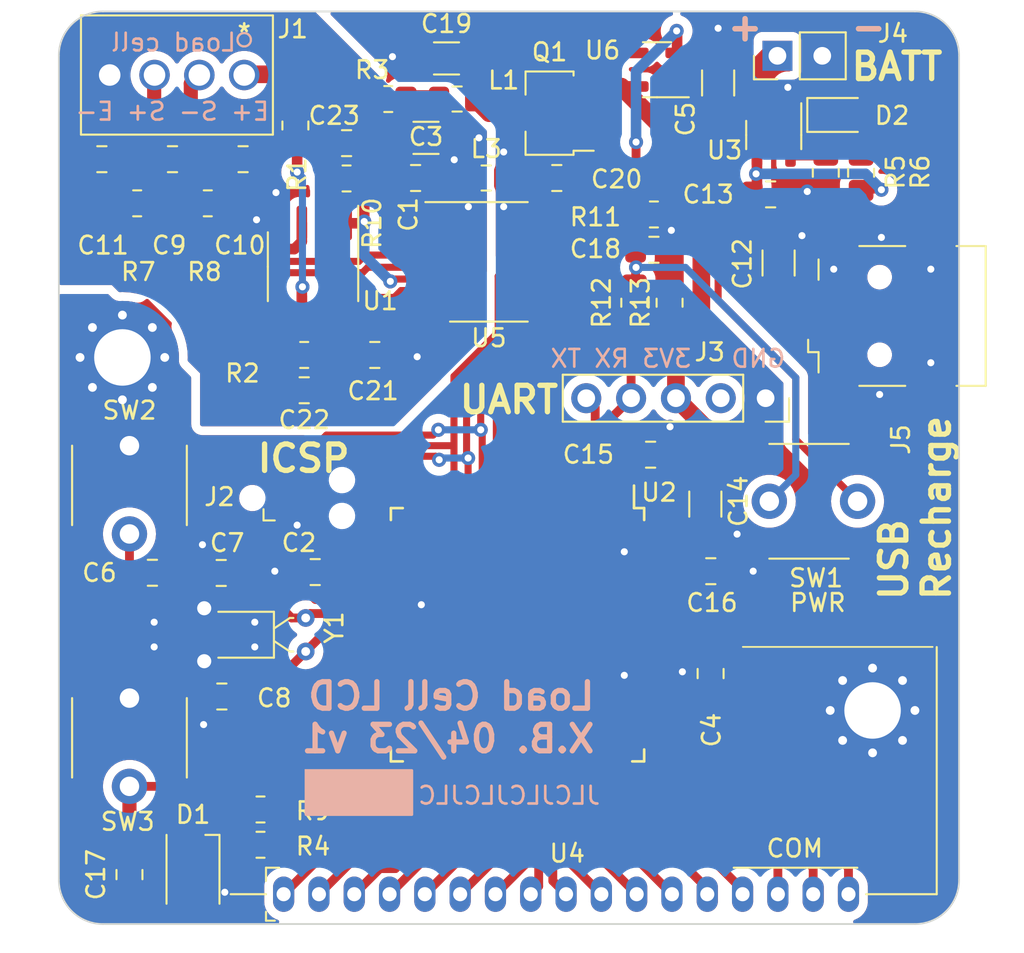
<source format=kicad_pcb>
(kicad_pcb (version 20221018) (generator pcbnew)
  (title_block (title "Load cell ctrl") (rev "v0") (company "Xavier Bourlot"))
  (layers (0 "F.Cu" signal) (31 "B.Cu" signal) (34 "B.Paste" user) (35 "F.Paste" user) (36 "B.SilkS" user "B.Silkscreen") (37 "F.SilkS" user "F.Silkscreen") (38 "B.Mask" user) (39 "F.Mask" user) (44 "Edge.Cuts" user))
  (net 0 "")
  (net 1 "+5V")
  (net 2 "+3.3V")
  (net 3 "GND")
  (net 4 "VDD")
  (net 5 "/Voutp")
  (net 6 "VDDA")
  (net 7 "GNDA")
  (net 8 "/Vfbp")
  (net 9 "/Vinn")
  (net 10 "/Vinp")
  (net 11 "/Vfbn")
  (net 12 "/Voutn")
  (net 30 "+BATT")
  (net 31 "/XT1")
  (net 32 "/XT2")
  (net 34 "/RX")
  (net 35 "/TX")
  (net 36 "/COM3")
  (net 37 "/COM2")
  (net 38 "/COM1")
  (net 39 "/COM0")
  (net 40 "Net-(D2-K)")
  (net 41 "Net-(D2-A)")
  (net 42 "Net-(L1-Pad1)")
  (net 43 "Net-(U3-PROG)")
  (net 47 "/Vinp_f")
  (net 48 "/Vinn_f")
  (net 49 "/Vlcdcap")
  (net 50 "/Aref")
  (net 51 "/SCK")
  (net 52 "/SEG12")
  (net 53 "/SEG11")
  (net 54 "/SEG10")
  (net 55 "/SEG9")
  (net 56 "/SEG8")
  (net 57 "/SEG7")
  (net 58 "/SEG6")
  (net 59 "/SEG5")
  (net 60 "/SEG4")
  (net 61 "/SEG3")
  (net 62 "/SEG2")
  (net 63 "/SEG1")
  (net 64 "/SEG0")
  (net 65 "/BTN0")
  (net 66 "/BTN1")
  (net 67 "Net-(D1-A1)")
  (net 68 "Net-(D1-A2)")
  (net 69 "/LED_1")
  (net 70 "/LED_0")
  (net 71 "/MISO")
  (net 72 "/~{RST}")
  (net 73 "/MOSI")
  (net 74 "/LC_SW")
  (net 75 "/PWR_en")
  (net 77 "/~{CSB}")
  (net 78 "/~{IRQ}")
  (net 80 "Net-(U6-~{SHDN})")
  (footprint "Capacitor_SMD:C_0805_2012Metric_Pad1.18x1.45mm_HandSolder" (layer "F.Cu") (at 102.21 35.935 180)
    (fp_text reference "C20")
    (fp_text value "100n")
  )
  (footprint "Capacitor_SMD:C_1206_3216Metric_Pad1.33x1.80mm_HandSolder" (layer "F.Cu") (at 110.625 54.41 -90)
    (fp_text reference "C14")
    (fp_text value "10u")
  )
  (footprint "MountingHole:MountingHole_3.2mm_M3_Pad_Via" (layer "F.Cu") (at 120.1 66.1)
    (fp_text reference "H2")
    (fp_text value "MountingHole_Pad")
  )
  (footprint "Resistor_SMD:R_0805_2012Metric_Pad1.20x1.40mm_HandSolder" (layer "F.Cu") (at 87.4 32.96 -90)
    (fp_text reference "R1")
    (fp_text value "330")
  )
  (footprint "Capacitor_SMD:C_0805_2012Metric_Pad1.18x1.45mm_HandSolder" (layer "F.Cu") (at 83.235 65.31 180)
    (fp_text reference "C8")
    (fp_text value "DNP")
  )
  (footprint "Inductor_SMD:L_0805_2012Metric_Pad1.15x1.40mm_HandSolder" (layer "F.Cu") (at 96.5625 31.46)
    (fp_text reference "L1")
    (fp_text value "10u")
  )
  (footprint "Capacitor_SMD:C_0805_2012Metric_Pad1.18x1.45mm_HandSolder" (layer "F.Cu") (at 88.5225 58.26 180)
    (fp_text reference "C2")
    (fp_text value "100n")
  )
  (footprint "Capacitor_SMD:C_0805_2012Metric_Pad1.18x1.45mm_HandSolder" (layer "F.Cu") (at 87.9 47.96 180)
    (fp_text reference "C22")
    (fp_text value "10n")
  )
  (footprint "Resistor_SMD:R_0805_2012Metric_Pad1.20x1.40mm_HandSolder" (layer "F.Cu") (at 117.45 35.6375 -90)
    (fp_text reference "R5")
    (fp_text value "5k1")
  )
  (footprint "Connector:Tag-Connect_TC2030-IDC-NL_2x03_P1.27mm_Vertical" (layer "F.Cu") (at 87.5 54.065)
    (fp_text reference "J2")
    (fp_text value "ICSP_TagConnect")
  )
  (footprint "Package_TO_SOT_SMD:SOT-89-3_Handsoldering" (layer "F.Cu") (at 101.8 32.26 180)
    (fp_text reference "Q1")
    (fp_text value "Q_PMOS_GDS")
  )
  (footprint "Capacitor_SMD:C_0805_2012Metric_Pad1.18x1.45mm_HandSolder" (layer "F.Cu") (at 94.21 35.935)
    (fp_text reference "C1")
    (fp_text value "100n")
  )
  (footprint "Package_TO_SOT_SMD:SOT-23-5" (layer "F.Cu") (at 114.5 33.5 -90)
    (fp_text reference "U3")
    (fp_text value "MCP73831-2-OT")
  )
  (footprint "footprints:SW_PUSH_6mm_2pins" (layer "F.Cu") (at 80.25 64.4 -90)
    (fp_text reference "SW3")
    (fp_text value "BTN1")
  )
  (footprint "Connector_PinHeader_2.54mm:PinHeader_1x02_P2.54mm_Vertical" (layer "F.Cu") (at 114.71 29.0125 90)
    (fp_text reference "J4")
    (fp_text value "BATT")
  )
  (footprint "Capacitor_SMD:C_0805_2012Metric_Pad1.18x1.45mm_HandSolder" (layer "F.Cu") (at 78 75.4 -90)
    (fp_text reference "C17")
    (fp_text value "100n")
  )
  (footprint "Capacitor_SMD:C_0805_2012Metric_Pad1.18x1.45mm_HandSolder" (layer "F.Cu") (at 114.325 36.8625)
    (fp_text reference "C13")
    (fp_text value "100n")
  )
  (footprint "footprints:SW_PUSH_6mm_2pins" (layer "F.Cu") (at 113.25 52)
    (fp_text reference "SW1")
    (fp_text value "PWR")
  )
  (footprint "Capacitor_SMD:C_0805_2012Metric_Pad1.18x1.45mm_HandSolder" (layer "F.Cu") (at 107.7125 40)
    (fp_text reference "C18")
    (fp_text value "100n")
  )
  (footprint "Capacitor_SMD:C_0805_2012Metric_Pad1.18x1.45mm_HandSolder" (layer "F.Cu") (at 110.935 58.21)
    (fp_text reference "C16")
    (fp_text value "100n")
  )
  (footprint "Capacitor_SMD:C_0805_2012Metric_Pad1.18x1.45mm_HandSolder" (layer "F.Cu") (at 107.525 51.61)
    (fp_text reference "C15")
    (fp_text value "1u")
  )
  (footprint "Resistor_SMD:R_0805_2012Metric_Pad1.20x1.40mm_HandSolder" (layer "F.Cu") (at 90.3 35.96 180)
    (fp_text reference "R10")
    (fp_text value "47k")
  )
  (footprint "Capacitor_SMD:C_0805_2012Metric_Pad1.18x1.45mm_HandSolder" (layer "F.Cu") (at 91.9 45.96)
    (fp_text reference "C21")
    (fp_text value "100n")
  )
  (footprint "Package_SO:SOIC-8_3.9x4.9mm_P1.27mm" (layer "F.Cu") (at 88.4 40.96 -90)
    (fp_text reference "U1")
    (fp_text value "MCP6V07")
  )
  (footprint "Resistor_SMD:R_0805_2012Metric_Pad1.20x1.40mm_HandSolder" (layer "F.Cu") (at 92.6625 31.46)
    (fp_text reference "R3")
    (fp_text value "10")
  )
  (footprint "Capacitor_SMD:C_0805_2012Metric_Pad1.18x1.45mm_HandSolder" (layer "F.Cu") (at 83.1975 58.31 180)
    (fp_text reference "C7")
    (fp_text value "DNP")
  )
  (footprint "Resistor_SMD:R_0805_2012Metric_Pad1.20x1.40mm_HandSolder" (layer "F.Cu") (at 87.9 45.96)
    (fp_text reference "R2")
    (fp_text value "47k")
  )
  (footprint "LED_SMD:LED_Cree-PLCC4_3.2x2.8mm_CCW" (layer "F.Cu") (at 81.6 75.1 -90)
    (fp_text reference "D1")
    (fp_text value "LED_Dual")
  )
  (footprint "Resistor_SMD:R_0805_2012Metric_Pad1.20x1.40mm_HandSolder" (layer "F.Cu") (at 78.4375 37.36875 180)
    (fp_text reference "R7")
    (fp_text value "220")
  )
  (footprint "Capacitor_SMD:C_1206_3216Metric_Pad1.33x1.80mm_HandSolder" (layer "F.Cu") (at 111.35 30.55 90)
    (fp_text reference "C5")
    (fp_text value "10u")
  )
  (footprint "Crystal:Crystal_C26-LF_D2.1mm_L6.5mm_Horizontal_1EP_style2" (layer "F.Cu") (at 87.985 60.86 -90)
    (fp_text reference "Y1")
    (fp_text value "DNP")
  )
  (footprint "footprints:GDC0570_LCD_6digits_2mmPitch" (layer "F.Cu") (at 102.735 76.51)
    (fp_text reference "U4")
    (fp_text value "GDC0570")
  )
  (footprint "Capacitor_SMD:C_1206_3216Metric_Pad1.33x1.80mm_HandSolder" (layer "F.Cu") (at 95.9625 29.16 180)
    (fp_text reference "C19")
    (fp_text value "10u")
  )
  (footprint "Resistor_SMD:R_0805_2012Metric_Pad1.20x1.40mm_HandSolder" (layer "F.Cu") (at 85.425 73.71 180)
    (fp_text reference "R4")
    (fp_text value "1k")
  )
  (footprint "Resistor_SMD:R_0805_2012Metric_Pad1.20x1.40mm_HandSolder" (layer "F.Cu") (at 107.7125 38)
    (fp_text reference "R11")
    (fp_text value "1Meg")
  )
  (footprint "Connector_PinSocket_2.54mm:PinSocket_1x05_P2.54mm_Vertical" (layer "F.Cu") (at 114.04 48.41 -90)
    (fp_text reference "J3")
    (fp_text value "UART")
  )
  (footprint "Resistor_SMD:R_0805_2012Metric_Pad1.20x1.40mm_HandSolder" (layer "F.Cu") (at 108.6 43 90)
    (fp_text reference "R13")
    (fp_text value "1Meg")
  )
  (footprint "Capacitor_SMD:C_1206_3216Metric_Pad1.33x1.80mm_HandSolder" (layer "F.Cu") (at 114.775 40.75 90)
    (fp_text reference "C12")
    (fp_text value "10u")
  )
  (footprint "LED_SMD:LED_0805_2012Metric_Pad1.15x1.40mm_HandSolder" (layer "F.Cu") (at 118.2625 32.3625)
    (fp_text reference "D2")
    (fp_text value "CHG")
  )
  (footprint "Package_SO:TSSOP-20_4.4x6.5mm_P0.65mm" (layer "F.Cu") (at 98.3625 40.685)
    (fp_text reference "U5")
    (fp_text value "MCP3462")
  )
  (footprint "Inductor_SMD:L_0805_2012Metric_Pad1.15x1.40mm_HandSolder" (layer "F.Cu") (at 98.21 35.935)
    (fp_text reference "L3")
    (fp_text value "10u")
  )
  (footprint "Capacitor_SMD:C_0805_2012Metric_Pad1.18x1.45mm_HandSolder" (layer "F.Cu") (at 110.925 64.01 90)
    (fp_text reference "C4")
    (fp_text value "100n")
  )
  (footprint "Capacitor_SMD:C_0805_2012Metric_Pad1.18x1.45mm_HandSolder" (layer "F.Cu") (at 79.3 58.3)
    (fp_text reference "C6")
    (fp_text value "100n")
  )
  (footprint "Capacitor_SMD:C_0805_2012Metric_Pad1.18x1.45mm_HandSolder" (layer "F.Cu") (at 76.4375 34.86875)
    (fp_text reference "C11")
    (fp_text value "10n")
  )
  (footprint "Resistor_SMD:R_0805_2012Metric_Pad1.20x1.40mm_HandSolder" (layer "F.Cu") (at 85.425 71.71 180)
    (fp_text reference "R9")
    (fp_text value "1k")
  )
  (footprint "Connector_USB:USB_Mini-B_Wuerth_65100516121_Horizontal" (layer "F.Cu") (at 120.5 43.75 90)
    (fp_text reference "J5")
    (fp_text value "USB_B_Micro")
  )
  (footprint "Resistor_SMD:R_0805_2012Metric_Pad1.20x1.40mm_HandSolder" (layer "F.Cu") (at 106.6 43 -90)
    (fp_text reference "R12")
    (fp_text value "47k")
  )
  (footprint "Package_QFP:TQFP-64_14x14mm_P0.8mm" (layer "F.Cu") (at 99.985 61.81 -90)
    (fp_text reference "U2")
    (fp_text value "ATmega169A-A")
  )
  (footprint "Package_TO_SOT_SMD:SOT-23-5" (layer "F.Cu") (at 107.8875 29.8 180)
    (fp_text reference "U6")
    (fp_text value "MCP1711")
  )
  (footprint "Capacitor_SMD:C_1206_3216Metric_Pad1.33x1.80mm_HandSolder" (layer "F.Cu") (at 94.8 33.66)
    (fp_text reference "C3")
    (fp_text value "10u")
  )
  (footprint "Resistor_SMD:R_0805_2012Metric_Pad1.20x1.40mm_HandSolder" (layer "F.Cu") (at 82.4375 37.36875)
    (fp_text reference "R8")
    (fp_text value "220")
  )
  (footprint "Capacitor_SMD:C_0805_2012Metric_Pad1.18x1.45mm_HandSolder" (layer "F.Cu") (at 84.4375 34.86875)
    (fp_text reference "C10")
    (fp_text value "10n")
  )
  (footprint "footprints:282834-4" (layer "F.Cu") (at 84.5 30.1 180)
    (fp_text reference "J1")
    (fp_text value "Load cell")
  )
  (footprint "MountingHole:MountingHole_3.2mm_M3_Pad_Via" (layer "F.Cu") (at 77.6 46.1)
    (fp_text reference "H1")
    (fp_text value "MountingHole_Pad")
  )
  (footprint "Capacitor_SMD:C_0805_2012Metric_Pad1.18x1.45mm_HandSolder" (layer "F.Cu") (at 80.4375 34.86875)
    (fp_text reference "C9")
    (fp_text value "100n")
  )
  (footprint "Resistor_SMD:R_0805_2012Metric_Pad1.20x1.40mm_HandSolder" (layer "F.Cu") (at 119.45 35.6375 90)
    (fp_text reference "R6")
    (fp_text value "1k")
  )
  (footprint "footprints:SW_PUSH_6mm_2pins" (layer "F.Cu") (at 80.25 50.1 -90)
    (fp_text reference "SW2")
    (fp_text value "BTN0")
  )
  (footprint "Capacitor_SMD:C_0805_2012Metric_Pad1.18x1.45mm_HandSolder" (layer "F.Cu") (at 90.3 33.96)
    (fp_text reference "C23")
    (fp_text value "10n")
  )
  (gr_rect (start 88 69.5) (end 94 72) (stroke (width 0.15)) (fill solid) (layer "B.SilkS"))
  (gr_line (start 123.5 62.5) (end 112.75 62.5) (stroke (width 0.1)) (layer "F.SilkS"))
  (gr_line (start 74 29) (end 74 75.7) (stroke (width 0.1)) (layer "Edge.Cuts"))
  (gr_line (start 76.5 26.5) (end 122.5 26.5) (stroke (width 0.1)) (layer "Edge.Cuts"))
  (gr_line (start 76.5 78.2) (end 122.5 78.2) (stroke (width 0.1)) (layer "Edge.Cuts"))
  (gr_arc (start 125 75.7) (mid 124.267767 77.467767) (end 122.5 78.2) (stroke (width 0.1)) (layer "Edge.Cuts"))
  (gr_arc (start 122.5 26.5) (mid 124.267767 27.232233) (end 125 29) (stroke (width 0.1)) (layer "Edge.Cuts"))
  (gr_arc (start 76.5 78.2) (mid 74.732233 77.467767) (end 74 75.7) (stroke (width 0.1)) (layer "Edge.Cuts"))
  (gr_line (start 125 75.7) (end 125 29) (stroke (width 0.1)) (layer "Edge.Cuts"))
  (gr_arc (start 74 29) (mid 74.732233 27.232233) (end 76.5 26.5) (stroke (width 0.1)) (layer "Edge.Cuts"))
  (gr_text "-" (at 118.75 28.25) (layer "B.SilkS") (effects (font (size 1.5 1.5) (thickness 0.3) bold) (justify left bottom)))
  (gr_text "GND   3V3 RX TX" (at 115.25 46.75) (layer "B.SilkS") (effects (font (size 1 1)) (justify left bottom mirror)))
  (gr_text "Load Cell LCD\nX.B. 04/23 v1" (at 104.5 66.5) (layer "B.SilkS") (effects (font (size 1.5 1.5) (thickness 0.3) bold) (justify left mirror)))
  (gr_text "+" (at 111.75 28.25) (layer "B.SilkS") (effects (font (size 1.5 1.5) (thickness 0.3) bold) (justify left bottom)))
  (gr_text "JLCJLCJLCJLC" (at 104.75 71.5) (layer "B.SilkS") (effects (font (size 1 1)) (justify left bottom mirror)))
  (gr_text "E+ S- S+ E-" (at 86 32.75) (layer "B.SilkS") (effects (font (size 1 1)) (justify left bottom mirror)))
  (gr_text "ICSP" (at 85.1 52.7) (layer "F.SilkS") (effects (font (size 1.5 1.5) (thickness 0.3) bold) (justify left bottom)))
  (gr_text "-" (at 118.75 28.25) (layer "F.SilkS") (effects (font (size 1.5 1.5) (thickness 0.3) bold) (justify left bottom)))
  (gr_text "COM" (at 114 74.5) (layer "F.SilkS") (effects (font (size 1 1)) (justify left bottom)))
  (gr_text "USB\nRecharge" (at 124.6 60 90) (layer "F.SilkS") (effects (font (size 1.5 1.5) (thickness 0.3) bold) (justify left bottom)))
  (gr_text "+" (at 111.75 28.25) (layer "F.SilkS") (effects (font (size 1.5 1.5) (thickness 0.3) bold) (justify left bottom)))
  (gr_text "BATT" (at 118.75 30.5) (layer "F.SilkS") (effects (font (size 1.5 1.5) (thickness 0.3) bold) (justify left bottom)))
  (segment (start 117.9 45.35) (end 115.875 45.35) (width 0.5) (layer "F.Cu") (net 1))
  (segment (start 113.5 35.7) (end 113.55 35.75) (width 0.6) (layer "F.Cu") (net 1))
  (segment (start 112.5 37.65) (end 113.2875 36.8625) (width 0.8) (layer "F.Cu") (net 1))
  (segment (start 113.55 36.6) (end 113.2875 36.8625) (width 0.6) (layer "F.Cu") (net 1))
  (segment (start 114.775 42.3125) (end 114.775 44.25) (width 0.8) (layer "F.Cu") (net 1))
  (segment (start 113.55 35.65) (end 113.5 35.7) (width 0.6) (layer "F.Cu") (net 1))
  (segment (start 113.3125 42.3125) (end 112.5 41.5) (width 0.8) (layer "F.Cu") (net 1))
  (segment (start 112.5 41.5) (end 112.5 37.65) (width 0.8) (layer "F.Cu") (net 1))
  (segment (start 114.775 42.3125) (end 113.3125 42.3125) (width 0.8) (layer "F.Cu") (net 1))
  (segment (start 113.55 35.75) (end 113.55 36.6) (width 0.6) (layer "F.Cu") (net 1))
  (segment (start 113.55 34.6375) (end 113.55 35.65) (width 0.6) (layer "F.Cu") (net 1))
  (segment (start 114.775 44.25) (end 115.875 45.35) (width 0.8) (layer "F.Cu") (net 1))
  (segment (start 119.45 36.6375) (end 120.6 36.6) (width 0.4) (layer "F.Cu") (net 1))
  (via (at 113.5 35.7) (size 0.8) (drill 0.4) (layers "F.Cu" "B.Cu") (net 1))
  (via (at 120.6 36.6) (size 0.8) (drill 0.4) (layers "F.Cu" "B.Cu") (net 1))
  (segment (start 113.5 35.7) (end 119.7 35.7) (width 0.6) (layer "B.Cu") (net 1))
  (segment (start 119.7 35.7) (end 120.6 36.6) (width 0.6) (layer "B.Cu") (net 1))
  (segment (start 95.025 59.01) (end 104.625 59.01) (width 1) (layer "F.Cu") (net 2))
  (segment (start 92.285 59.01) (end 90.31 59.01) (width 0.5) (layer "F.Cu") (net 2))
  (segment (start 110.625 50.075) (end 110.625 52.8475) (width 1) (layer "F.Cu") (net 2))
  (segment (start 107.685 65.41) (end 110.5625 65.41) (width 0.5) (layer "F.Cu") (net 2))
  (segment (start 105.035 59.11) (end 105.035 56.61) (width 0.5) (layer "F.Cu") (net 2))
  (segment (start 104.625 59.01) (end 104.625 64.76) (width 1) (layer "F.Cu") (net 2))
  (segment (start 106.75 30.75) (end 104.26 30.75) (width 0.6) (layer "F.Cu") (net 2))
  (segment (start 107.685 55.7875) (end 110.625 52.8475) (width 0.5) (layer "F.Cu") (net 2))
  (segment (start 104.625 64.76) (end 105.325 65.46) (width 1) (layer "F.Cu") (net 2))
  (segment (start 107.685 55.81) (end 107.685 55.7875) (width 0.5) (layer "F.Cu") (net 2))
  (segment (start 110.4 35.3) (end 105.86 30.76) (width 1) (layer "F.Cu") (net 2))
  (segment (start 105.835 55.81) (end 107.685 55.81) (width 0.5) (layer "F.Cu") (net 2))
  (segment (start 108.96 48.41) (end 110.625 50.075) (width 1) (layer "F.Cu") (net 2))
  (segment (start 92.285 59.01) (end 95.025 59.01) (width 0.5) (layer "F.Cu") (net 2))
  (segment (start 86.9 56.6) (end 88.5 56.6) (width 0.6) (layer "F.Cu") (net 2))
  (segment (start 88.5 56.6) (end 89.56 57.66) (width 0.6) (layer "F.Cu") (net 2))
  (segment (start 108.96 46.04) (end 108.96 48.41) (width 1) (layer "F.Cu") (net 2))
  (segment (start 107.685 65.41) (end 105.635 65.41) (width 0.5) (layer "F.Cu") (net 2))
  (segment (start 86.23 54.7) (end 86.23 55.93) (width 0.6) (layer "F.Cu") (net 2))
  (segment (start 90.31 59.01) (end 89.56 58.26) (width 0.5) (layer "F.Cu") (net 2))
  (segment (start 105.86 30.76) (end 104.25 30.76) (width 1) (layer "F.Cu") (net 2))
  (segment (start 105.035 56.61) (end 105.835 55.81) (width 0.5) (layer "F.Cu") (net 2))
  (segment (start 110.4 44.6) (end 108.96 46.04) (width 1) (layer "F.Cu") (net 2))
  (segment (start 110.5625 65.41) (end 110.925 65.0475) (width 0.5) (layer "F.Cu") (net 2))
  (segment (start 89.56 57.66) (end 89.56 58.26) (width 0.6) (layer "F.Cu") (net 2))
  (segment (start 110.4 35.3) (end 110.4 44.6) (width 1) (layer "F.Cu") (net 2))
  (segment (start 104.26 30.75) (end 104.25 30.76) (width 0.6) (layer "F.Cu") (net 2))
  (segment (start 86.23 55.93) (end 86.9 56.6) (width 0.6) (layer "F.Cu") (net 2))
  (segment (start 120.6 39.3) (end 120.65 39.35) (width 1.5) (layer "F.Cu") (net 3))
  (segment (start 120.5 48.2) (end 120.45 48.15) (width 1.5) (layer "F.Cu") (net 3))
  (segment (start 115.25 30.75) (end 115.3 30.8) (width 0.6) (layer "F.Cu") (net 3))
  (segment (start 87.5 54.7) (end 87.5 55.6) (width 0.6) (layer "F.Cu") (net 3))
  (segment (start 116.4625 36.6375) (end 116.4 36.7) (width 0.6) (layer "F.Cu") (net 3))
  (segment (start 99.85 38.41) (end 99.235 37.795) (width 0.5) (layer "F.Cu") (net 3))
  (segment (start 101.1725 35.935) (end 99.235 35.935) (width 1) (layer "F.Cu") (net 3))
  (segment (start 120.45 48.15) (end 117.9 48.15) (width 1.5) (layer "F.Cu") (net 3))
  (segment (start 92.9 29.06) (end 94.3 29.06) (width 0.8) (layer "F.Cu") (net 3))
  (segment (start 117.25 30.214581) (end 117.25 29.0125) (width 0.8) (layer "F.Cu") (net 3))
  (segment (start 110.1875 56.61) (end 110.725 56.0725) (width 0.5) (layer "F.Cu") (net 3))
  (segment (start 116.0875 39.1875) (end 116.1 39.2) (width 0.8) (layer "F.Cu") (net 3))
  (segment (start 111.35 28.9875) (end 111.35 27.45) (width 0.8) (layer "F.Cu") (net 3))
  (segment (start 114.5 32.3625) (end 114.5 31.5) (width 0.6) (layer "F.Cu") (net 3))
  (segment (start 99.235 37.525) (end 99.235 35.935) (width 0.5) (layer "F.Cu") (net 3))
  (segment (start 108.525 51.6475) (end 108.5625 51.61) (width 0.5) (layer "F.Cu") (net 3))
  (segment (start 80.9 76.35) (end 78.0875 76.35) (width 0.8) (layer "F.Cu") (net 3))
  (segment (start 117.7375 39.1875) (end 117.9 39.35) (width 0.8) (layer "F.Cu") (net 3))
  (segment (start 123.4 48.15) (end 120.55 48.15) (width 1.5) (layer "F.Cu") (net 3))
  (segment (start 82.1975 63.3475) (end 82.235 63.31) (width 0.8) (layer "F.Cu") (net 3))
  (segment (start 116.4 36.7) (end 116.3375 36.6375) (width 0.6) (layer "F.Cu") (net 3))
  (segment (start 120.55 39.35) (end 120.6 39.3) (width 1.5) (layer "F.Cu") (net 3))
  (segment (start 108.75 40) (end 108.75 38.0375) (width 0.8) (layer "F.Cu") (net 3))
  (segment (start 80.3475 58.31) (end 80.3375 58.3) (width 0.8) (layer "F.Cu") (net 3))
  (segment (start 109.025 29.8) (end 110.5375 29.8) (width 0.6) (layer "F.Cu") (net 3))
  (segment (start 108.75 40) (end 108.75 41.85) (width 0.5) (layer "F.Cu") (net 3))
  (segment (start 82.16 58.31) (end 80.3475 58.31) (width 0.8) (layer "F.Cu") (net 3))
  (segment (start 123.4 41.1) (end 123.4 46.4) (width 1.5) (layer "F.Cu") (net 3))
  (segment (start 99.235 37.795) (end 99.235 37.595) (width 0.5) (layer "F.Cu") (net 3))
  (segment (start 82.16 60.235) (end 82.235 60.31) (width 0.5) (layer "F.Cu") (net 3))
  (segment (start 92.285 59.81) (end 88.535 59.81) (width 0.5) (layer "F.Cu") (net 3))
  (segment (start 87.485 58.76) (end 87.485 58.26) (width 0.5) (layer "F.Cu") (net 3))
  (segment (start 106.135 64.21) (end 106.535 64.61) (width 0.5) (layer "F.Cu") (net 3))
  (segment (start 82.16 58.31) (end 82.135 56.71) (width 0.5) (layer "F.Cu") (net 3))
  (segment (start 88.535 59.81) (end 87.485 58.76) (width 0.5) (layer "F.Cu") (net 3))
  (segment (start 99.2 37.56) (end 99.235 37.525) (width 0.5) (layer "F.Cu") (net 3))
  (segment (start 107.685 56.61) (end 106.535 56.61) (width 0.5) (layer "F.Cu") (net 3))
  (segment (start 113.335 58.21) (end 111.9725 58.21) (width 0.5) (layer "F.Cu") (net 3))
  (segment (start 108.75 41.85) (end 108.6 42) (width 0.5) (layer "F.Cu") (net 3))
  (segment (start 82.1975 66.8975) (end 82.2 66.9) (width 0.8) (layer "F.Cu") (net 3))
  (segment (start 106.535 56.61) (end 106.135 57.01) (width 0.5) (layer "F.Cu") (net 3))
  (segment (start 116.1125 39.1875) (end 117.7375 39.1875) (width 0.8) (layer "F.Cu") (net 3))
  (segment (start 107.685 56.61) (end 110.1875 56.61) (width 0.5) (layer "F.Cu") (net 3))
  (segment (start 116.664581 30.8) (end 117.25 30.214581) (width 0.8) (layer "F.Cu") (net 3))
  (segment (start 82.3 76.35) (end 83.35 76.35) (width 0.8) (layer "F.Cu") (net 3))
  (segment (start 112.425 56.11) (end 110.7625 56.11) (width 0.5) (layer "F.Cu") (net 3))
  (segment (start 108.7125 39.9625) (end 108.75 40) (width 0.5) (layer "F.Cu") (net 3))
  (segment (start 114.8875 39.075) (end 114.775 39.1875) (width 0.6) (layer "F.Cu") (net 3))
  (segment (start 106.135 57.01) (end 106.035 57.11) (width 0.5) (layer "F.Cu") (net 3))
  (segment (start 106.035 64.11) (end 106.135 64.21) (width 0.5) (layer "F.Cu") (net 3))
  (segment (start 101.225 38.41) (end 99.85 38.41) (width 0.5) (layer "F.Cu") (net 3))
  (segment (start 82.1975 65.31) (end 82.1975 66.8975) (width 0.8) (layer "F.Cu") (net 3))
  (segment (start 115.5875 36.6375) (end 115.3625 36.8625) (width 0.6) (layer "F.Cu") (net 3))
  (segment (start 83.35 76.35) (end 83.4 76.4) (width 0.8) (layer "F.Cu") (net 3))
  (segment (start 123.4 46.4) (end 123.4 48.15) (width 1.5) (layer "F.Cu") (net 3))
  (segment (start 78.0875 76.35) (end 78 76.4375) (width 0.8) (layer "F.Cu") (net 3))
  (segment (start 108.725 64.61) (end 109.325 64.01) (width 0.5) (layer "F.Cu") (net 3))
  (segment (start 107.685 64.61) (end 108.725 64.61) (width 0.5) (layer "F.Cu") (net 3))
  (segment (start 108.625 50.02875) (end 108.625 51.59125) (width 0.5) (layer "F.Cu") (net 3))
  (segment (start 94.3 29.06) (end 94.4 29.16) (width 0.8) (layer "F.Cu") (net 3))
  (segment (start 92.285 59.81) (end 94.235 59.81) (width 0.5) (layer "F.Cu") (net 3))
  (segment (start 110.5375 29.8) (end 111.35 28.9875) (width 0.6) (layer "F.Cu") (net 3))
  (segment (start 86.235 58.21) (end 86.185 58.26) (width 0.5) (layer "F.Cu") (net 3))
  (segment (start 117.9 42.15) (end 117.9 41.1) (width 0.5) (layer "F.Cu") (net 3))
  (segment (start 87.485 58.26) (end 86.235 58.21) (width 0.5) (layer "F.Cu") (net 3))
  (segment (start 82.135 56.71) (end 82.16 56.735) (width 0.5) (layer "F.Cu") (net 3))
  (segment (start 114.5 31.5) (end 115.25 30.75) (width 0.6) (layer "F.Cu") (net 3))
  (segment (start 116.3375 36.6375) (end 115.5875 36.6375) (width 0.6) (layer "F.Cu") (net 3))
  (segment (start 116.1 39.2) (end 116.1125 39.1875) (width 0.8) (layer "F.Cu") (net 3))
  (segment (start 99.2 34.46) (end 99.235 34.495) (width 0.8) (layer "F.Cu") (net 3))
  (segment (start 94.235 59.81) (end 94.535 60.11) (width 0.5) (layer "F.Cu") (net 3))
  (segment (start 123.4 39.35) (end 123.4 41.1) (width 1.5) (layer "F.Cu") (net 3))
  (segment (start 80.8125 76.4375) (end 80.9 76.35) (width 0.8) (layer "F.Cu") (net 3))
  (segment (start 106.035 57.11) (end 106.035 64.11) (width 0.5) (layer "F.Cu") (net 3))
  (segment (start 108.7 38.9) (end 108.7125 38.9125) (width 0.5) (layer "F.Cu") (net 3))
  (segment (start 117.9 41.1) (end 117.9 39.35) (width 0.5) (layer "F.Cu") (net 3))
  (segment (start 82.16 58.31) (end 82.16 60.235) (width 0.5) (layer "F.Cu") (net 3))
  (segment (start 99.235 35.935) (end 99.2 34.46) (width 0.8) (layer "F.Cu") (net 3))
  (segment (start 106.535 64.61) (end 107.685 64.61) (width 0.5) (layer "F.Cu") (net 3))
  (segment (start 117.9 39.35) (end 120.55 39.35) (width 1.5) (layer "F.Cu") (net 3))
  (segment (start 108.7125 38.8875) (end 108.7 38.9) (width 0.5) (layer "F.Cu") (net 3))
  (segment (start 117.25 30) (end 117.25 29.0125) (width 0.6) (layer "F.Cu") (net 3))
  (segment (start 110.2625 62.9725) (end 109.325 63.91) (width 0.5) (layer "F.Cu") (net 3))
  (segment (start 82.1975 65.31) (end 82.1975 63.3475) (width 0.8) (layer "F.Cu") (net 3))
  (segment (start 114.775 39.1875) (end 116.0875 39.1875) (width 0.8) (layer "F.Cu") (net 3))
  (segment (start 99.235 37.595) (end 99.2 37.56) (width 0.5) (layer "F.Cu") (net 3))
  (segment (start 80.9 76.35) (end 82.25 76.35) (width 0.8) (layer "F.Cu") (net 3))
  (segment (start 110.7625 56.11) (end 110.725 56.0725) (width 0.5) (layer "F.Cu") (net 3))
  (segment (start 108.75 38.0375) (end 108.7125 38) (width 0.8) (layer "F.Cu") (net 3))
  (segment (start 120.65 39.35) (end 123.4 39.35) (width 1.5) (layer "F.Cu") (net 3))
  (segment (start 117.45 36.6375) (end 116.4625 36.6375) (width 0.6) (layer "F.Cu") (net 3))
  (segment (start 120.55 48.15) (end 120.5 48.2) (width 1.5) (layer "F.Cu") (net 3))
  (segment (start 115.3 30.8) (end 116.664581 30.8) (width 0.8) (layer "F.Cu") (net 3))
  (segment (start 110.925 62.9725) (end 110.2625 62.9725) (width 0.5) (layer "F.Cu") (net 3))
  (via (at 106.035 57.11) (size 0.8) (drill 0.4) (layers "F.Cu" "B.Cu") (net 3))
  (via (at 99.2 34.46) (size 0.8) (drill 0.4) (layers "F.Cu" "B.Cu") (net 3))
  (via (at 116.1 39.2) (size 0.8) (drill 0.4) (layers "F.Cu" "B.Cu") (net 3))
  (via (at 112.425 56.11) (size 0.8) (drill 0.4) (layers "F.Cu" "B.Cu") (net 3))
  (via (at 106.035 64.11) (size 0.8) (drill 0.4) (layers "F.Cu" "B.Cu") (net 3))
  (via (at 79.4 62.5) (size 0.8) (drill 0.4) (layers "F.Cu" "B.Cu") (net 3))
  (via (at 99.2 37.56) (size 0.8) (drill 0.4) (layers "F.Cu" "B.Cu") (net 3))
  (via (at 108.625 50.02875) (size 0.8) (drill 0.4) (layers "F.Cu" "B.Cu") (net 3))
  (via (at 120.5 48.2) (size 0.8) (drill 0.4) (layers "F.Cu" "B.Cu") (net 3))
  (via (at 79.4 61.1) (size 0.8) (drill 0.4) (layers "F.Cu" "B.Cu") (net 3))
  (via (at 94.535 60.11) (size 0.8) (drill 0.4) (layers "F.Cu" "B.Cu") (net 3))
  (via (at 86.235 58.21) (size 0.8) (drill 0.4) (layers "F.Cu" "B.Cu") (net 3))
  (via (at 123.4 41.1) (size 0.8) (drill 0.4) (layers "F.Cu" "B.Cu") (net 3))
  (via (at 83.4 76.4) (size 0.8) (drill 0.4) (layers "F.Cu" "B.Cu") (net 3))
  (via (at 117.9 41.1) (size 0.8) (drill 0.4) (layers "F.Cu" "B.Cu") (net 3))
  (via (at 87.5 55.6) (size 0.8) (drill 0.4) (layers "F.Cu" "B.Cu") (net 3))
  (via (at 85.1 62.5) (size 0.8) (drill 0.4) (layers "F.Cu" "B.Cu") (net 3))
  (via (at 111.35 27.45) (size 0.8) (drill 0.4) (layers "F.Cu" "B.Cu") (net 3))
  (via (at 123.4 46.4) (size 0.8) (drill 0.4) (layers "F.Cu" "B.Cu") (net 3))
  (via (at 116.4 36.7) (size 0.8) (drill 0.4) (layers "F.Cu" "B.Cu") (net 3))
  (via (at 115.3 30.8) (size 0.8) (drill 0.4) (layers "F.Cu" "B.Cu") (net 3))
  (via (at 109.325 63.91) (size 0.8) (drill 0.4) (layers "F.Cu" "B.Cu") (net 3))
  (via (at 108.7 38.9) (size 0.8) (drill 0.4) (layers "F.Cu" "B.Cu") (net 3))
  (via (at 85.1 61.1) (size 0.8) (drill 0.4) (layers "F.Cu" "B.Cu") (net 3))
  (via (at 82.2 66.9) (size 0.8) (drill 0.4) (layers "F.Cu" "B.Cu") (net 3))
  (via (at 120.6 39.3) (size 0.8) (drill 0.4) (layers "F.Cu" "B.Cu") (net 3))
  (via (at 113.335 58.21) (size 0.8) (drill 0.4) (layers "F.Cu" "B.Cu") (net 3))
  (via (at 82.135 56.71) (size 0.8) (drill 0.4) (layers "F.Cu" "B.Cu") (net 3))
  (via (at 92.9 29.06) (size 0.8) (drill 0.4) (layers "F.Cu" "B.Cu") (net 3))
  (segment (start 101.8 34.406497) (end 101.8 33.06) (width 1) (layer "F.Cu") (net 4))
  (segment (start 97.5875 29.2225) (end 97.525 29.16) (width 1) (layer "F.Cu") (net 4))
  (segment (start 102.4 37.76) (end 103.2475 36.9125) (width 0.4) (layer "F.Cu") (net 4))
  (segment (start 97.5875 31.46) (end 97.5875 29.2225) (width 1) (layer "F.Cu") (net 4))
  (segment (start 97.5875 31.46) (end 98.3875 32.26) (width 1) (layer "F.Cu") (net 4))
  (segment (start 103.2475 35.935) (end 103.2475 35.853997) (width 1) (layer "F.Cu") (net 4))
  (segment (start 98.3875 32.26) (end 98.7 32.26) (width 1) (layer "F.Cu") (net 4))
  (segment (start 101.225 37.76) (end 102.4 37.76) (width 0.4) (layer "F.Cu") (net 4))
  (segment (start 103.2475 36.9125) (end 103.2475 35.935) (width 0.4) (layer "F.Cu") (net 4))
  (segment (start 103.2475 35.853997) (end 101.8 34.406497) (width 1) (layer "F.Cu") (net 4))
  (segment (start 89.035 43.435) (end 89.035 45.825) (width 0.6) (layer "F.Cu") (net 5))
  (segment (start 93.000707 42.7) (end 91.592178 42.7) (width 0.4) (layer "F.Cu") (net 5))
  (segment (start 88.9 45.96) (end 88.9 47.9225) (width 0.6) (layer "F.Cu") (net 5))
  (segment (start 88.9 47.9225) (end 88.9375 47.96) (width 0.6) (layer "F.Cu") (net 5))
  (segment (start 89.5005 41.9595) (end 90.851678 41.9595) (width 0.4) (layer "F.Cu") (net 5))
  (segment (start 91.592178 42.7) (end 90.851678 41.9595) (width 0.4) (layer "F.Cu") (net 5))
  (segment (start 89.035 45.825) (end 88.9 45.96) (width 0.6) (layer "F.Cu") (net 5))
  (segment (start 95.5 42.31) (end 93.390707 42.31) (width 0.4) (layer "F.Cu") (net 5))
  (segment (start 89.035 42.425) (end 89.5005 41.9595) (width 0.4) (layer "F.Cu") (net 5))
  (segment (start 89.035 43.435) (end 89.035 42.425) (width 0.4) (layer "F.Cu") (net 5))
  (segment (start 93.390707 42.31) (end 93.000707 42.7) (width 0.4) (layer "F.Cu") (net 5))
  (segment (start 95.5 39.71) (end 96.9 39.71) (width 0.4) (layer "F.Cu") (net 6))
  (segment (start 89.6375 30.06) (end 84.54 30.06) (width 1) (layer "F.Cu") (net 6))
  (segment (start 93.65 39.71) (end 93.1725 39.2325) (width 0.4) (layer "F.Cu") (net 6))
  (segment (start 91.5 44.16) (end 93.8 44.16) (width 0.8) (layer "F.Cu") (net 6))
  (segment (start 90.305 43.435) (end 90.305 45.4025) (width 0.6) (layer "F.Cu") (net 6))
  (segment (start 93.2375 35.87) (end 93.1725 35.935) (width 1) (layer "F.Cu") (net 6))
  (segment (start 94.3 44.66) (end 96.5 44.66) (width 0.8) (layer "F.Cu") (net 6))
  (segment (start 93.1725 39.2325) (end 93.1725 37.76) (width 0.4) (layer "F.Cu") (net 6))
  (segment (start 90.8625 44.7975) (end 91.5 44.16) (width 0.8) (layer "F.Cu") (net 6))
  (segment (start 93.1725 37.76) (end 93.1725 35.935) (width 0.4) (layer "F.Cu") (net 6))
  (segment (start 93.2375 33.66) (end 89.6375 30.06) (width 1) (layer "F.Cu") (net 6))
  (segment (start 93.8 44.16) (end 94.3 44.66) (width 0.8) (layer "F.Cu") (net 6))
  (segment (start 90.305 45.4025) (end 90.8625 45.96) (width 0.6) (layer "F.Cu") (net 6))
  (segment (start 93.2375 33.66) (end 93.2375 35.87) (width 1) (layer "F.Cu") (net 6))
  (segment (start 84.54 30.06) (end 84.5 30.1) (width 1) (layer "F.Cu") (net 6))
  (segment (start 96.5 44.66) (end 97 44.16) (width 0.8) (layer "F.Cu") (net 6))
  (segment (start 95.5 39.71) (end 93.65 39.71) (width 0.4) (layer "F.Cu") (net 6))
  (segment (start 97 44.16) (end 97 39.96) (width 0.8) (layer "F.Cu") (net 6))
  (segment (start 90.8625 45.96) (end 90.8625 44.7975) (width 0.8) (layer "F.Cu") (net 6))
  (segment (start 95.5 37.76) (end 93.1725 37.76) (width 0.4) (layer "F.Cu") (net 6))
  (segment (start 93.1725 35.935) (end 93.1725 39.2325) (width 0.8) (layer "F.Cu") (net 6))
  (segment (start 95.2475 35.935) (end 96.3 35.935) (width 1) (layer "F.Cu") (net 7))
  (segment (start 97.8 33.66) (end 96.3625 33.66) (width 0.8) (layer "F.Cu") (net 7))
  (segment (start 86.495 36.955) (end 86.3 36.76) (width 0.6) (layer "F.Cu") (net 7))
  (segment (start 96.3625 35.8725) (end 96.3 35.935) (width 1) (layer "F.Cu") (net 7))
  (segment (start 86.495 38.485) (end 85.385 38.485) (width 0.6) (layer "F.Cu") (net 7))
  (segment (start 85.475 34.86875) (end 85.475 35.935) (width 0.8) (layer "F.Cu") (net 7))
  (segment (start 93.0375 46.06) (end 92.9375 45.96) (width 0.8) (layer "F.Cu") (net 7))
  (segment (start 97.2 37.56) (end 97.185 37.575) (width 1) (layer "F.Cu") (net 7))
  (segment (start 96.3625 33.66) (end 96.3625 34.8625) (width 1) (layer "F.Cu") (net 7))
  (segment (start 96.6 38.76) (end 95.2 38.76) (width 1) (layer "F.Cu") (net 7))
  (segment (start 96.3625 34.9375) (end 96.3625 35.8725) (width 1) (layer "F.Cu") (net 7))
  (segment (start 97.185 38.175) (end 96.6 38.76) (width 1) (layer "F.Cu") (net 7))
  (segment (start 75.4 31.58) (end 76.88 30.1) (width 0.8) (layer "F.Cu") (net 7))
  (segment (start 86.495 38.485) (end 86.495 36.955) (width 0.6) (layer "F.Cu") (net 7))
  (segment (start 94.3 46.06) (end 93.0375 46.06) (width 0.8) (layer "F.Cu") (net 7))
  (segment (start 85.385 38.485) (end 85.2 38.3) (width 0.6) (layer "F.Cu") (net 7))
  (segment (start 96.3 35.935) (end 97.185 35.935) (width 1) (layer "F.Cu") (net 7))
  (segment (start 75.4 34.86875) (end 75.4 31.58) (width 0.8) (layer "F.Cu") (net 7))
  (segment (start 97.185 35.935) (end 97.185 37.545) (width 1) (layer "F.Cu") (net 7))
  (segment (start 85.475 35.935) (end 86.3 36.76) (width 0.8) (layer "F.Cu") (net 7))
  (segment (start 97.185 37.545) (end 97.2 37.56) (width 1) (layer "F.Cu") (net 7))
  (segment (start 96.4 34.9) (end 96.3625 34.9375) (width 1) (layer "F.Cu") (net 7))
  (segment (start 97.185 37.575) (end 97.185 38.175) (width 1) (layer "F.Cu") (net 7))
  (segment (start 96.3625 34.8625) (end 96.4 34.9) (width 1) (layer "F.Cu") (net 7))
  (via (at 97.2 37.56) (size 0.8) (drill 0.4) (layers "F.Cu" "B.Cu") (net 7))
  (via (at 97.8 33.66) (size 0.8) (drill 0.4) (layers "F.Cu" "B.Cu") (net 7))
  (via (at 94.3 46.06) (size 0.8) (drill 0.4) (layers "F.Cu" "B.Cu") (net 7))
  (via (at 86.3 36.76) (size 0.8) (drill 0.4) (layers "F.Cu" "B.Cu") (net 7))
  (via (at 85.2 38.3) (size 0.8) (drill 0.4) (layers "F.Cu" "B.Cu") (net 7))
  (via (at 96.4 34.9) (size 0.8) (drill 0.4) (layers "F.Cu" "B.Cu") (net 7))
  (segment (start 87.765 44.395) (end 86.9 45.26) (width 0.6) (layer "F.Cu") (net 8))
  (segment (start 87.5 34.06) (end 87.4 33.96) (width 0.6) (layer "F.Cu") (net 8))
  (segment (start 86.8625 47.96) (end 86.8625 45.9975) (width 0.6) (layer "F.Cu") (net 8))
  (segment (start 87.8 42.1) (end 87.765 42.165) (width 0.4) (layer "F.Cu") (net 8))
  (segment (start 87.765 43.435) (end 87.765 44.395) (width 0.6) (layer "F.Cu") (net 8))
  (segment (start 87.5 35.6) (end 87.5 34.06) (width 0.6) (layer "F.Cu") (net 8))
  (segment (start 86.8625 45.9975) (end 86.9 45.96) (width 0.6) (layer "F.Cu") (net 8))
  (segment (start 87.765 42.135) (end 87.8 42.1) (width 0.6) (layer "F.Cu") (net 8))
  (segment (start 87.765 43.435) (end 87.765 42.135) (width 0.6) (layer "F.Cu") (net 8))
  (segment (start 86.9 45.26) (end 86.9 45.96) (width 0.6) (layer "F.Cu") (net 8))
  (via (at 87.5 35.6) (size 0.8) (drill 0.4) (layers "F.Cu" "B.Cu") (net 8))
  (via (at 87.8 42.1) (size 0.8) (drill 0.4) (layers "F.Cu" "B.Cu") (net 8))
  (segment (start 87.8 35.9) (end 87.5 35.6) (width 0.4) (layer "B.Cu") (net 8))
  (segment (start 87.8 42.1) (end 87.8 35.9) (width 0.4) (layer "B.Cu") (net 8))
  (segment (start 82.859501 40.659501) (end 81.4375 39.2375) (width 0.4) (layer "F.Cu") (net 9))
  (segment (start 95.5 40.36) (end 93.307822 40.36) (width 0.4) (layer "F.Cu") (net 9))
  (segment (start 93.307822 40.36) (end 93.248322 40.3005) (width 0.4) (layer "F.Cu") (net 9))
  (segment (start 81.475 34.86875) (end 81.475 30.585) (width 0.8) (layer "F.Cu") (net 9))
  (segment (start 81.4375 39.2375) (end 81.4375 37.36875) (width 0.4) (layer "F.Cu") (net 9))
  (segment (start 81.475 30.585) (end 81.96 30.1) (width 0.8) (layer "F.Cu") (net 9))
  (segment (start 93.248322 40.3005) (end 91.351678 40.3005) (width 0.4) (layer "F.Cu") (net 9))
  (segment (start 83.4 34.86875) (end 81.475 34.86875) (width 0.8) (layer "F.Cu") (net 9))
  (segment (start 81.4375 34.90625) (end 81.475 34.86875) (width 0.8) (layer "F.Cu") (net 9))
  (segment (start 90.992677 40.659501) (end 82.859501 40.659501) (width 0.4) (layer "F.Cu") (net 9))
  (segment (start 91.351678 40.3005) (end 90.992677 40.659501) (width 0.4) (layer "F.Cu") (net 9))
  (segment (start 81.4375 37.36875) (end 81.4375 34.90625) (width 0.8) (layer "F.Cu") (net 9))
  (segment (start 91.508089 40.991911) (end 91.2 41.3) (width 0.4) (layer "F.Cu") (net 10))
  (segment (start 81.1 41.3) (end 79.4375 39.6375) (width 0.4) (layer "F.Cu") (net 10))
  (segment (start 79.4375 39.6375) (end 79.4375 37.36875) (width 0.4) (layer "F.Cu") (net 10))
  (segment (start 77.475 34.86875) (end 79.4 34.86875) (width 0.8) (layer "F.Cu") (net 10))
  (segment (start 79.4 37.33125) (end 79.4375 37.36875) (width 0.8) (layer "F.Cu") (net 10))
  (segment (start 91.2 41.3) (end 81.1 41.3) (width 0.4) (layer "F.Cu") (net 10))
  (segment (start 79.4 30.12) (end 79.42 30.1) (width 0.8) (layer "F.Cu") (net 10))
  (segment (start 79.4 34.86875) (end 79.4 30.12) (width 0.8) (layer "F.Cu") (net 10))
  (segment (start 77.6575 34.68625) (end 77.475 34.86875) (width 1) (layer "F.Cu") (net 10))
  (segment (start 95.481911 40.991911) (end 91.508089 40.991911) (width 0.4) (layer "F.Cu") (net 10))
  (segment (start 95.5 41.01) (end 95.481911 40.991911) (width 0.4) (layer "F.Cu") (net 10))
  (segment (start 79.4 34.86875) (end 79.4 37.33125) (width 0.8) (layer "F.Cu") (net 10))
  (segment (start 89.035 36.225) (end 89.3 35.96) (width 0.6) (layer "F.Cu") (net 11))
  (segment (start 89.2625 33.96) (end 89.2625 35.9225) (width 0.6) (layer "F.Cu") (net 11))
  (segment (start 89.2625 33.0225) (end 89.2625 33.96) (width 0.6) (layer "F.Cu") (net 11))
  (segment (start 88.2 31.96) (end 89.2625 33.0225) (width 0.6) (layer "F.Cu") (net 11))
  (segment (start 87.4 31.96) (end 88.2 31.96) (width 0.6) (layer "F.Cu") (net 11))
  (segment (start 89.035 38.485) (end 89.035 36.225) (width 0.6) (layer "F.Cu") (net 11))
  (segment (start 89.2625 35.9225) (end 89.3 35.96) (width 0.6) (layer "F.Cu") (net 11))
  (segment (start 93.09 41.66) (end 92.75 42) (width 0.4) (layer "F.Cu") (net 12))
  (segment (start 91.3 35.96) (end 91.3 38.4) (width 0.6) (layer "F.Cu") (net 12))
  (segment (start 91.3375 33.96) (end 91.3375 35.9225) (width 0.6) (layer "F.Cu") (net 12))
  (segment (start 91.3375 35.9225) (end 91.3 35.96) (width 0.6) (layer "F.Cu") (net 12))
  (segment (start 91.3 38.5) (end 90.32 38.5) (width 0.6) (layer "F.Cu") (net 12))
  (segment (start 90.32 38.5) (end 90.305 38.485) (width 0.6) (layer "F.Cu") (net 12))
  (segment (start 91.3 38.4) (end 91.3 38.5) (width 0.6) (layer "F.Cu") (net 12))
  (segment (start 95.5 41.66) (end 93.09 41.66) (width 0.4) (layer "F.Cu") (net 12))
  (via (at 92.778631 41.791411) (size 0.8) (drill 0.4) (layers "F.Cu" "B.Cu") (net 12))
  (via (at 91.3 38.4) (size 0.8) (drill 0.4) (layers "F.Cu" "B.Cu") (net 12))
  (segment (start 91.3 40.31278) (end 92.778631 41.791411) (width 0.6) (layer "B.Cu") (net 12))
  (segment (start 91.3 38.4) (end 91.3 40.31278) (width 0.6) (layer "B.Cu") (net 12))
  (segment (start 111.35 42.85) (end 115.75 47.25) (width 0.4) (layer "F.Cu") (net 30))
  (segment (start 113.55 30.1725) (end 114.71 29.0125) (width 0.6) (layer "F.Cu") (net 30))
  (segment (start 115.75 47.25) (end 115.75 50.75) (width 0.4) (layer "F.Cu") (net 30))
  (segment (start 113.55 32.3625) (end 113.55 30.1725) (width 0.6) (layer "F.Cu") (net 30))
  (segment (start 111.6 32.3625) (end 111.35 32.1125) (width 0.6) (layer "F.Cu") (net 30))
  (segment (start 109.9875 30.75) (end 111.35 32.1125) (width 0.6) (layer "F.Cu") (net 30))
  (segment (start 109.025 30.75) (end 109.9875 30.75) (width 0.6) (layer "F.Cu") (net 30))
  (segment (start 115.75 50.75) (end 119.25 54.25) (width 0.4) (layer "F.Cu") (net 30))
  (segment (start 111.35 32.1125) (end 111.35 42.85) (width 0.4) (layer "F.Cu") (net 30))
  (segment (start 113.55 32.3625) (end 111.6 32.3625) (width 0.6) (layer "F.Cu") (net 30))
  (segment (start 89.335 61.41) (end 87.985 62.76) (width 0.5) (layer "F.Cu") (net 31))
  (segment (start 92.285 61.41) (end 89.335 61.41) (width 0.5) (layer "F.Cu") (net 31))
  (segment (start 84.2725 65.31) (end 85.435 65.31) (width 0.5) (layer "F.Cu") (net 31))
  (segment (start 85.435 65.31) (end 87.985 62.76) (width 0.5) (layer "F.Cu") (net 31))
  (segment (start 92.285 60.61) (end 88.235 60.61) (width 0.5) (layer "F.Cu") (net 32))
  (segment (start 84.635 58.31) (end 84.235 58.31) (width 0.5) (layer "F.Cu") (net 32))
  (segment (start 87.985 60.86) (end 87.185 60.86) (width 0.5) (layer "F.Cu") (net 32))
  (segment (start 87.185 60.86) (end 84.635 58.31) (width 0.5) (layer "F.Cu") (net 32))
  (segment (start 88.235 60.61) (end 87.985 60.86) (width 0.5) (layer "F.Cu") (net 32))
  (segment (start 106.42 46.78) (end 108.6 44.6) (width 0.5) (layer "F.Cu") (net 34))
  (segment (start 105.185 49.645) (end 106.42 48.41) (width 0.5) (layer "F.Cu") (net 34))
  (segment (start 106.42 48.41) (end 106.42 46.78) (width 0.5) (layer "F.Cu") (net 34))
  (segment (start 108.6 44.6) (end 108.6 44) (width 0.5) (layer "F.Cu") (net 34))
  (segment (start 105.185 54.11) (end 105.185 49.645) (width 0.5) (layer "F.Cu") (net 34))
  (segment (start 104.385 54.11) (end 104.385 48.915) (width 0.5) (layer "F.Cu") (net 35))
  (segment (start 112.735 76.26) (end 105.985 69.51) (width 0.5) (layer "F.Cu") (net 36))
  (segment (start 112.735 76.51) (end 112.735 76.26) (width 0.5) (layer "F.Cu") (net 36))
  (segment (start 114.735 76.51) (end 114.735 74.86) (width 0.5) (layer "F.Cu") (net 37))
  (segment (start 114.735 74.86) (end 107.685 67.81) (width 0.5) (layer "F.Cu") (net 37))
  (segment (start 116.735 75.01) (end 108.735 67.01) (width 0.5) (layer "F.Cu") (net 38))
  (segment (start 108.735 67.01) (end 107.685 67.01) (width 0.5) (layer "F.Cu") (net 38))
  (segment (start 116.735 76.51) (end 116.735 75.01) (width 0.5) (layer "F.Cu") (net 38))
  (segment (start 118.735 76.51) (end 118.735 75.01) (width 0.5) (layer "F.Cu") (net 39))
  (segment (start 118.735 75.01) (end 109.935 66.21) (width 0.5) (layer "F.Cu") (net 39))
  (segment (start 109.935 66.21) (end 107.685 66.21) (width 0.5) (layer "F.Cu") (net 39))
  (segment (start 115.45 32.3625) (end 117.2375 32.3625) (width 0.6) (layer "F.Cu") (net 40))
  (segment (start 119.45 32.525) (end 119.2875 32.3625) (width 0.6) (layer "F.Cu") (net 41))
  (segment (start 119.45 34.6375) (end 119.45 32.525) (width 0.6) (layer "F.Cu") (net 41))
  (segment (start 93.6625 31.46) (end 95.5375 31.46) (width 1) (layer "F.Cu") (net 42))
  (segment (start 115.45 34.6375) (end 117.45 34.6375) (width 0.6) (layer "F.Cu") (net 43))
  (segment (start 86.495 43.435) (end 80.835 43.435) (width 0.6) (layer "F.Cu") (net 47))
  (segment (start 77.4375 40.0375) (end 77.4375 37.36875) (width 0.6) (layer "F.Cu") (net 47))
  (segment (start 80.835 43.435) (end 77.4375 40.0375) (width 0.6) (layer "F.Cu") (net 47))
  (segment (start 84.56 39.96) (end 87.34 39.96) (width 0.6) (layer "F.Cu") (net 48))
  (segment (start 87.34 39.96) (end 87.765 39.535) (width 0.6) (layer "F.Cu") (net 48))
  (segment (start 87.765 39.535) (end 87.765 38.485) (width 0.6) (layer "F.Cu") (net 48))
  (segment (start 83.4375 38.8375) (end 84.56 39.96) (width 0.6) (layer "F.Cu") (net 48))
  (segment (start 83.4375 37.36875) (end 83.4375 38.8375) (width 0.6) (layer "F.Cu") (net 48))
  (segment (start 105.985 54.11) (end 105.985 52.1125) (width 0.5) (layer "F.Cu") (net 49))
  (segment (start 105.985 52.1125) (end 106.4875 51.61) (width 0.5) (layer "F.Cu") (net 49))
  (segment (start 109.0975 57.41) (end 109.8975 58.21) (width 0.5) (layer "F.Cu") (net 50))
  (segment (start 107.685 57.41) (end 109.0975 57.41) (width 0.5) (layer "F.Cu") (net 50))
  (segment (start 97.985 50.285) (end 97.9 50.2) (width 0.4) (layer "F.Cu") (net 51))
  (segment (start 97.9 50.2) (end 97.9 47.351412) (width 0.4) (layer "F.Cu") (net 51))
  (segment (start 95.2 50.5) (end 95.5 50.2) (width 0.4) (layer "F.Cu") (net 51))
  (segment (start 100.0875 45.163912) (end 100.0875 42.002893) (width 0.4) (layer "F.Cu") (net 51))
  (segment (start 100.0875 42.002893) (end 100.430393 41.66) (width 0.4) (layer "F.Cu") (net 51))
  (segment (start 97.985 54.11) (end 97.985 50.285) (width 0.4) (layer "F.Cu") (net 51))
  (segment (start 89.16 50.5) (end 95.2 50.5) (width 0.4) (layer "F.Cu") (net 51))
  (segment (start 86.23 53.43) (end 89.16 50.5) (width 0.4) (layer "F.Cu") (net 51))
  (segment (start 97.9 47.351412) (end 100.0875 45.163912) (width 0.4) (layer "F.Cu") (net 51))
  (segment (start 100.430393 41.66) (end 101.225 41.66) (width 0.4) (layer "F.Cu") (net 51))
  (via (at 97.9 50.2) (size 0.8) (drill 0.4) (layers "F.Cu" "B.Cu") (net 51))
  (via (at 95.5 50.2) (size 0.8) (drill 0.4) (layers "F.Cu" "B.Cu") (net 51))
  (segment (start 95.5 50.2) (end 97.9 50.2) (width 0.4) (layer "B.Cu") (net 51))
  (segment (start 92.484758 73.660998) (end 89.584002 73.660998) (width 0.5) (layer "F.Cu") (net 52))
  (segment (start 89.584002 73.660998) (end 86.735 76.51) (width 0.5) (layer "F.Cu") (net 52))
  (segment (start 95.585 70.560756) (end 92.484758 73.660998) (width 0.5) (layer "F.Cu") (net 52))
  (segment (start 95.585 69.51) (end 95.585 70.560756) (width 0.5) (layer "F.Cu") (net 52))
  (segment (start 96.385 69.51) (end 96.385 70.75) (width 0.5) (layer "F.Cu") (net 53))
  (segment (start 96.385 70.75) (end 92.774501 74.360499) (width 0.5) (layer "F.Cu") (net 53))
  (segment (start 92.774501 74.360499) (end 90.884501 74.360499) (width 0.5) (layer "F.Cu") (net 53))
  (segment (start 90.884501 74.360499) (end 88.735 76.51) (width 0.5) (layer "F.Cu") (net 53))
  (segment (start 97.185 70.939949) (end 93.064949 75.06) (width 0.5) (layer "F.Cu") (net 54))
  (segment (start 93.064949 75.06) (end 92.185 75.06) (width 0.5) (layer "F.Cu") (net 54))
  (segment (start 97.185 69.51) (end 97.185 70.939949) (width 0.5) (layer "F.Cu") (net 54))
  (segment (start 92.185 75.06) (end 90.735 76.51) (width 0.5) (layer "F.Cu") (net 54))
  (segment (start 97.985 71.26) (end 92.735 76.51) (width 0.5) (layer "F.Cu") (net 55))
  (segment (start 97.985 69.51) (end 97.985 71.26) (width 0.5) (layer "F.Cu") (net 55))
  (segment (start 98.785 69.51) (end 98.785 72.46) (width 0.5) (layer "F.Cu") (net 56))
  (segment (start 98.785 72.46) (end 94.735 76.51) (width 0.5) (layer "F.Cu") (net 56))
  (segment (start 99.585 73.66) (end 96.735 76.51) (width 0.5) (layer "F.Cu") (net 57))
  (segment (start 99.585 69.51) (end 99.585 73.66) (width 0.5) (layer "F.Cu") (net 57))
  (segment (start 100.385 74.86) (end 98.735 76.51) (width 0.5) (layer "F.Cu") (net 58))
  (segment (start 100.385 69.51) (end 100.385 74.86) (width 0.5) (layer "F.Cu") (net 58))
  (segment (start 101.185 69.51) (end 101.185 76.06) (width 0.5) (layer "F.Cu") (net 59))
  (segment (start 101.185 76.06) (end 100.735 76.51) (width 0.5) (layer "F.Cu") (net 59))
  (segment (start 101.985 75.76) (end 102.735 76.51) (width 0.5) (layer "F.Cu") (net 60))
  (segment (start 101.985 69.51) (end 101.985 75.76) (width 0.5) (layer "F.Cu") (net 60))
  (segment (start 102.785 74.56) (end 104.735 76.51) (width 0.5) (layer "F.Cu") (net 61))
  (segment (start 102.785 69.51) (end 102.785 74.56) (width 0.5) (layer "F.Cu") (net 61))
  (segment (start 103.585 69.51) (end 103.585 73.36) (width 0.5) (layer "F.Cu") (net 62))
  (segment (start 103.585 73.36) (end 106.735 76.51) (width 0.5) (layer "F.Cu") (net 62))
  (segment (start 104.385 72.16) (end 108.735 76.51) (width 0.5) (layer "F.Cu") (net 63))
  (segment (start 104.385 69.51) (end 104.385 72.16) (width 0.5) (layer "F.Cu") (net 63))
  (segment (start 105.185 70.635) (end 110.735 76.185) (width 0.5) (layer "F.Cu") (net 64))
  (segment (start 105.185 69.51) (end 105.185 70.635) (width 0.5) (layer "F.Cu") (net 64))
  (segment (start 110.735 76.185) (end 110.735 76.51) (width 0.5) (layer "F.Cu") (net 64))
  (segment (start 75.8 62) (end 78 59.8) (width 0.5) (layer "F.Cu") (net 65))
  (segment (start 78 59.8) (end 78 56.1) (width 0.5) (layer "F.Cu") (net 65))
  (segment (start 87.99 65.41) (end 85.5 67.9) (width 0.5) (layer "F.Cu") (net 65))
  (segment (start 75.8 66.5) (end 75.8 62) (width 0.5) (layer "F.Cu") (net 65))
  (segment (start 92.285 65.41) (end 87.99 65.41) (width 0.5) (layer "F.Cu") (net 65))
  (segment (start 85.5 67.9) (end 77.2 67.9) (width 0.5) (layer "F.Cu") (net 65))
  (segment (start 77.2 67.9) (end 75.8 66.5) (width 0.5) (layer "F.Cu") (net 65))
  (segment (start 89.925 66.21) (end 92.285 66.21) (width 0.5) (layer "F.Cu") (net 66))
  (segment (start 78 70.4) (end 85.735 70.4) (width 0.5) (layer "F.Cu") (net 66))
  (segment (start 78 74.3625) (end 78 70.4) (width 0.8) (layer "F.Cu") (net 66))
  (segment (start 85.735 70.4) (end 89.925 66.21) (width 0.5) (layer "F.Cu") (net 66))
  (segment (start 82.44 73.71) (end 82.3 73.85) (width 0.8) (layer "F.Cu") (net 67))
  (segment (start 84.425 73.71) (end 82.44 73.71) (width 0.8) (layer "F.Cu") (net 67))
  (segment (start 80.9 72.5) (end 80.9 73.85) (width 0.8) (layer "F.Cu") (net 68))
  (segment (start 84.425 71.71) (end 81.69 71.71) (width 0.8) (layer "F.Cu") (net 68))
  (segment (start 81.69 71.71) (end 80.9 72.5) (width 0.8) (layer "F.Cu") (net 68))
  (segment (start 92.285 68.35) (end 92.285 67.81) (width 0.5) (layer "F.Cu") (net 69))
  (segment (start 86.925 73.71) (end 92.285 68.35) (width 0.5) (layer "F.Cu") (net 69))
  (segment (start 86.425 73.71) (end 86.925 73.71) (width 0.5) (layer "F.Cu") (net 69))
  (segment (start 91.125 67.01) (end 86.425 71.71) (width 0.5) (layer "F.Cu") (net 70))
  (segment (start 92.285 67.01) (end 91.125 67.01) (width 0.5) (layer "F.Cu") (net 70))
  (segment (start 96.3845 51.0995) (end 96.385 51.1) (width 0.4) (layer "F.Cu") (net 71))
  (segment (start 87.5 53.43) (end 87.5 53.007822) (width 0.4) (layer "F.Cu") (net 71))
  (segment (start 98.888498 41.504133) (end 100.032631 40.36) (width 0.4) (layer "F.Cu") (net 71))
  (segment (start 96.385 54.11) (end 96.385 51.1) (width 0.4) (layer "F.Cu") (net 71))
  (segment (start 96.385 51.1) (end 96.385 50.3) (width 0.4) (layer "F.Cu") (net 71))
  (segment (start 87.5 53.007822) (end 89.408321 51.099501) (width 0.4) (layer "F.Cu") (net 71))
  (segment (start 96.385 50.3) (end 96.385 47.170062) (width 0.4) (layer "F.Cu") (net 71))
  (segment (start 98.888498 44.666564) (end 98.888498 41.504133) (width 0.4) (layer "F.Cu") (net 71))
  (segment (start 89.408321 51.099501) (end 96.3845 51.0995) (width 0.4) (layer "F.Cu") (net 71))
  (segment (start 96.385 47.170062) (end 98.888498 44.666564) (width 0.4) (layer "F.Cu") (net 71))
  (segment (start 100.032631 40.36) (end 101.225 40.36) (width 0.4) (layer "F.Cu") (net 71))
  (segment (start 90.935 58.21) (end 90.9 58.175) (width 0.6) (layer "F.Cu") (net 72))
  (segment (start 90.9 57.7) (end 88.77 55.57) (width 0.6) (layer "F.Cu") (net 72))
  (segment (start 88.77 55.57) (end 88.77 54.7) (width 0.6) (layer "F.Cu") (net 72))
  (segment (start 90.9 58.175) (end 90.9 57.7) (width 0.6) (layer "F.Cu") (net 72))
  (segment (start 92.285 58.21) (end 90.935 58.21) (width 0.6) (layer "F.Cu") (net 72))
  (segment (start 88.77 53.43) (end 88.77 52.873225) (width 0.4) (layer "F.Cu") (net 73))
  (segment (start 99.487999 44.914885) (end 97.1 47.302884) (width 0.4) (layer "F.Cu") (net 73))
  (segment (start 100.232571 41.01) (end 99.487999 41.754572) (width 0.4) (layer "F.Cu") (net 73))
  (segment (start 88.77 52.873225) (end 89.944223 51.699002) (width 0.4) (layer "F.Cu") (net 73))
  (segment (start 89.944223 51.699002) (end 95.345254 51.699002) (width 0.4) (layer "F.Cu") (net 73))
  (segment (start 97.1 51.715) (end 97.185 51.8) (width 0.4) (layer "F.Cu") (net 73))
  (segment (start 101.225 41.01) (end 100.232571 41.01) (width 0.4) (layer "F.Cu") (net 73))
  (segment (start 95.345254 51.699002) (end 95.545252 51.899) (width 0.4) (layer "F.Cu") (net 73))
  (segment (start 97.185 54.11) (end 97.185 51.8) (width 0.4) (layer "F.Cu") (net 73))
  (segment (start 97.1 47.302884) (end 97.1 51.715) (width 0.4) (layer "F.Cu") (net 73))
  (segment (start 99.487999 41.754572) (end 99.487999 44.914885) (width 0.4) (layer "F.Cu") (net 73))
  (via (at 95.545252 51.899) (size 0.8) (drill 0.4) (layers "F.Cu" "B.Cu") (net 73))
  (via (at 97.185 51.8) (size 0.8) (drill 0.4) (layers "F.Cu" "B.Cu") (net 73))
  (segment (start 96.885 51.8) (end 95.644252 51.8) (width 0.4) (layer "B.Cu") (net 73))
  (segment (start 95.644252 51.8) (end 95.545252 51.899) (width 0.4) (layer "B.Cu") (net 73))
  (segment (start 104.75 34.26) (end 104.75 43.671512) (width 0.5) (layer "F.Cu") (net 74))
  (segment (start 104.75 43.671512) (end 100.385 48.036512) (width 0.5) (layer "F.Cu") (net 74))
  (segment (start 100.385 48.036512) (end 100.385 54.11) (width 0.5) (layer "F.Cu") (net 74))
  (segment (start 104.25 33.76) (end 104.75 34.26) (width 0.5) (layer "F.Cu") (net 74))
  (segment (start 101.185 48.415) (end 105.6 44) (width 0.5) (layer "F.Cu") (net 75))
  (segment (start 101.185 54.11) (end 101.185 48.415) (width 0.5) (layer "F.Cu") (net 75))
  (segment (start 105.6 44) (end 106.6 44) (width 0.5) (layer "F.Cu") (net 75))
  (segment (start 102.3625 42.3625) (end 102.31 42.31) (width 0.4) (layer "F.Cu") (net 77))
  (segment (start 98.785 47.728735) (end 102.3625 44.151235) (width 0.4) (layer "F.Cu") (net 77))
  (segment (start 102.31 42.31) (end 101.225 42.31) (width 0.4) (layer "F.Cu") (net 77))
  (segment (start 102.3625 44.151235) (end 102.3625 42.3625) (width 0.4) (layer "F.Cu") (net 77))
  (segment (start 98.785 54.11) (end 98.785 47.728735) (width 0.4) (layer "F.Cu") (net 77))
  (segment (start 99.585 47.815) (end 103 44.4) (width 0.4) (layer "F.Cu") (net 78))
  (segment (start 99.585 54.11) (end 99.585 47.815) (width 0.4) (layer "F.Cu") (net 78))
  (segment (start 103 40.4) (end 102.31 39.71) (width 0.4) (layer "F.Cu") (net 78))
  (segment (start 102.31 39.71) (end 101.225 39.71) (width 0.4) (layer "F.Cu") (net 78))
  (segment (start 103 44.4) (end 103 40.4) (width 0.4) (layer "F.Cu") (net 78))
  (segment (start 106.675 38.0375) (end 106.7125 38) (width 0.5) (layer "F.Cu") (net 80))
  (segment (start 109.025 27.625) (end 109 27.6) (width 0.6) (layer "F.Cu") (net 80))
  (segment (start 106.7 33.9) (end 106.7 37.9875) (width 0.5) (layer "F.Cu") (net 80))
  (segment (start 106.675 40) (end 106.675 40.975) (width 0.5) (layer "F.Cu") (net 80))
  (segment (start 106.675 40) (end 106.675 38.0375) (width 0.5) (layer "F.Cu") (net 80))
  (segment (start 106.7 37.9875) (end 106.7125 38) (width 0.5) (layer "F.Cu") (net 80))
  (segment (start 109.025 28.85) (end 109.025 27.625) (width 0.6) (layer "F.Cu") (net 80))
  (segment (start 106.675 41.925) (end 106.6 42) (width 0.5) (layer "F.Cu") (net 80))
  (segment (start 106.675 41.025) (end 106.675 41.925) (width 0.5) (layer "F.Cu") (net 80))
  (segment (start 106.675 40.975) (end 106.7 41) (width 0.5) (layer "F.Cu") (net 80))
  (segment (start 106.7 41) (end 106.675 41.025) (width 0.5) (layer "F.Cu") (net 80))
  (via (at 106.7 33.9) (size 0.8) (drill 0.4) (layers "F.Cu" "B.Cu") (net 80))
  (via (at 109 27.6) (size 0.8) (drill 0.4) (layers "F.Cu" "B.Cu") (net 80))
  (via (at 106.7 41) (size 0.8) (drill 0.4) (layers "F.Cu" "B.Cu") (net 80))
  (segment (start 106.7 29.9) (end 109 27.6) (width 0.6) (layer "B.Cu") (net 80))
  (segment (start 115.75 47.25) (end 109.5 41) (width 0.4) (layer "B.Cu") (net 80))
  (segment (start 115.75 52.75) (end 115.75 47.25) (width 0.4) (layer "B.Cu") (net 80))
  (segment (start 114.25 54.25) (end 115.75 52.75) (width 0.4) (layer "B.Cu") (net 80))
  (segment (start 109.5 41) (end 106.7 41) (width 0.4) (layer "B.Cu") (net 80))
  (segment (start 106.7 33.9) (end 106.7 29.9) (width 0.6) (layer "B.Cu") (net 80))
  (zone (net 30) (net_name "+BATT") (layer "F.Cu") (priority 2) (connect_pads yes (clearance 0.5)) (min_thickness 0.25) (fill yes (thermal_gap 0.5) (thermal_bridge_width 0.5))
    (polygon (pts (xy 114 33) (xy 110.5 33) (xy 108.5 31.5) (xy 108.5 30.5) (xy 112 30.5) (xy 114 28.5) (xy 115.5 28.5) (xy 115.5 30) (xy 114 31.5)))
  )
  (zone (net 7) (net_name "GNDA") (layers "F&B.Cu") (priority 1) (connect_pads yes (clearance 0.5)) (min_thickness 0.25) (fill yes (thermal_gap 0.5) (thermal_bridge_width 0.5))
    (polygon (pts (xy 98.25 44.75) (xy 98.25 33.25) (xy 96 31) (xy 93 31) (xy 88.5 26.5) (xy 74 26.5) (xy 74 42) (xy 77 42) (xy 82 47) (xy 82 50) (xy 93 50)))
  )
  (zone (net 3) (net_name "GND") (layers "F&B.Cu") (connect_pads yes (clearance 0.5)) (min_thickness 0.25) (fill yes (thermal_gap 0.5) (thermal_bridge_width 0.5))
    (polygon (pts (xy 74 78.2) (xy 125 78.2) (xy 125 26.5) (xy 74 26.5)))
  )
)
</source>
